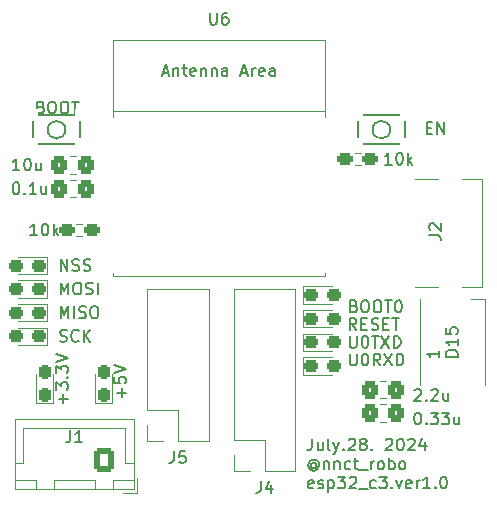
<source format=gto>
G04 #@! TF.GenerationSoftware,KiCad,Pcbnew,7.0.9*
G04 #@! TF.CreationDate,2024-07-28T13:17:23+09:00*
G04 #@! TF.ProjectId,esp32ble_module,65737033-3262-46c6-955f-6d6f64756c65,rev?*
G04 #@! TF.SameCoordinates,Original*
G04 #@! TF.FileFunction,Legend,Top*
G04 #@! TF.FilePolarity,Positive*
%FSLAX46Y46*%
G04 Gerber Fmt 4.6, Leading zero omitted, Abs format (unit mm)*
G04 Created by KiCad (PCBNEW 7.0.9) date 2024-07-28 13:17:23*
%MOMM*%
%LPD*%
G01*
G04 APERTURE LIST*
G04 Aperture macros list*
%AMRoundRect*
0 Rectangle with rounded corners*
0 $1 Rounding radius*
0 $2 $3 $4 $5 $6 $7 $8 $9 X,Y pos of 4 corners*
0 Add a 4 corners polygon primitive as box body*
4,1,4,$2,$3,$4,$5,$6,$7,$8,$9,$2,$3,0*
0 Add four circle primitives for the rounded corners*
1,1,$1+$1,$2,$3*
1,1,$1+$1,$4,$5*
1,1,$1+$1,$6,$7*
1,1,$1+$1,$8,$9*
0 Add four rect primitives between the rounded corners*
20,1,$1+$1,$2,$3,$4,$5,0*
20,1,$1+$1,$4,$5,$6,$7,0*
20,1,$1+$1,$6,$7,$8,$9,0*
20,1,$1+$1,$8,$9,$2,$3,0*%
G04 Aperture macros list end*
%ADD10C,0.153000*%
%ADD11C,0.150000*%
%ADD12C,0.120000*%
%ADD13RoundRect,0.237500X0.400000X0.237500X-0.400000X0.237500X-0.400000X-0.237500X0.400000X-0.237500X0*%
%ADD14RoundRect,0.237500X0.387500X0.237500X-0.387500X0.237500X-0.387500X-0.237500X0.387500X-0.237500X0*%
%ADD15R,0.900000X1.500000*%
%ADD16R,1.700000X1.700000*%
%ADD17O,1.700000X1.700000*%
%ADD18R,1.500000X1.000000*%
%ADD19RoundRect,0.237500X0.237500X-0.387500X0.237500X0.387500X-0.237500X0.387500X-0.237500X-0.387500X0*%
%ADD20RoundRect,0.292875X-0.394625X-0.432125X0.394625X-0.432125X0.394625X0.432125X-0.394625X0.432125X0*%
%ADD21RoundRect,0.237500X-0.387500X-0.237500X0.387500X-0.237500X0.387500X0.237500X-0.387500X0.237500X0*%
%ADD22C,0.650000*%
%ADD23R,1.240000X0.600000*%
%ADD24R,1.240000X0.300000*%
%ADD25O,2.100000X1.000000*%
%ADD26O,1.800000X1.000000*%
%ADD27RoundRect,0.250000X0.600000X0.725000X-0.600000X0.725000X-0.600000X-0.725000X0.600000X-0.725000X0*%
%ADD28O,1.700000X1.950000*%
%ADD29R,0.700000X0.700000*%
%ADD30R,1.500000X0.900000*%
%ADD31RoundRect,0.237500X-0.400000X-0.237500X0.400000X-0.237500X0.400000X0.237500X-0.400000X0.237500X0*%
G04 APERTURE END LIST*
D10*
X151124466Y-68149663D02*
X151124466Y-68863948D01*
X151124466Y-68863948D02*
X151076847Y-69006805D01*
X151076847Y-69006805D02*
X150981609Y-69102044D01*
X150981609Y-69102044D02*
X150838752Y-69149663D01*
X150838752Y-69149663D02*
X150743514Y-69149663D01*
X152029228Y-68482996D02*
X152029228Y-69149663D01*
X151600657Y-68482996D02*
X151600657Y-69006805D01*
X151600657Y-69006805D02*
X151648276Y-69102044D01*
X151648276Y-69102044D02*
X151743514Y-69149663D01*
X151743514Y-69149663D02*
X151886371Y-69149663D01*
X151886371Y-69149663D02*
X151981609Y-69102044D01*
X151981609Y-69102044D02*
X152029228Y-69054424D01*
X152648276Y-69149663D02*
X152553038Y-69102044D01*
X152553038Y-69102044D02*
X152505419Y-69006805D01*
X152505419Y-69006805D02*
X152505419Y-68149663D01*
X152933991Y-68482996D02*
X153172086Y-69149663D01*
X153410181Y-68482996D02*
X153172086Y-69149663D01*
X153172086Y-69149663D02*
X153076848Y-69387758D01*
X153076848Y-69387758D02*
X153029229Y-69435377D01*
X153029229Y-69435377D02*
X152933991Y-69482996D01*
X153791134Y-69054424D02*
X153838753Y-69102044D01*
X153838753Y-69102044D02*
X153791134Y-69149663D01*
X153791134Y-69149663D02*
X153743515Y-69102044D01*
X153743515Y-69102044D02*
X153791134Y-69054424D01*
X153791134Y-69054424D02*
X153791134Y-69149663D01*
X154219705Y-68244901D02*
X154267324Y-68197282D01*
X154267324Y-68197282D02*
X154362562Y-68149663D01*
X154362562Y-68149663D02*
X154600657Y-68149663D01*
X154600657Y-68149663D02*
X154695895Y-68197282D01*
X154695895Y-68197282D02*
X154743514Y-68244901D01*
X154743514Y-68244901D02*
X154791133Y-68340139D01*
X154791133Y-68340139D02*
X154791133Y-68435377D01*
X154791133Y-68435377D02*
X154743514Y-68578234D01*
X154743514Y-68578234D02*
X154172086Y-69149663D01*
X154172086Y-69149663D02*
X154791133Y-69149663D01*
X155362562Y-68578234D02*
X155267324Y-68530615D01*
X155267324Y-68530615D02*
X155219705Y-68482996D01*
X155219705Y-68482996D02*
X155172086Y-68387758D01*
X155172086Y-68387758D02*
X155172086Y-68340139D01*
X155172086Y-68340139D02*
X155219705Y-68244901D01*
X155219705Y-68244901D02*
X155267324Y-68197282D01*
X155267324Y-68197282D02*
X155362562Y-68149663D01*
X155362562Y-68149663D02*
X155553038Y-68149663D01*
X155553038Y-68149663D02*
X155648276Y-68197282D01*
X155648276Y-68197282D02*
X155695895Y-68244901D01*
X155695895Y-68244901D02*
X155743514Y-68340139D01*
X155743514Y-68340139D02*
X155743514Y-68387758D01*
X155743514Y-68387758D02*
X155695895Y-68482996D01*
X155695895Y-68482996D02*
X155648276Y-68530615D01*
X155648276Y-68530615D02*
X155553038Y-68578234D01*
X155553038Y-68578234D02*
X155362562Y-68578234D01*
X155362562Y-68578234D02*
X155267324Y-68625853D01*
X155267324Y-68625853D02*
X155219705Y-68673472D01*
X155219705Y-68673472D02*
X155172086Y-68768710D01*
X155172086Y-68768710D02*
X155172086Y-68959186D01*
X155172086Y-68959186D02*
X155219705Y-69054424D01*
X155219705Y-69054424D02*
X155267324Y-69102044D01*
X155267324Y-69102044D02*
X155362562Y-69149663D01*
X155362562Y-69149663D02*
X155553038Y-69149663D01*
X155553038Y-69149663D02*
X155648276Y-69102044D01*
X155648276Y-69102044D02*
X155695895Y-69054424D01*
X155695895Y-69054424D02*
X155743514Y-68959186D01*
X155743514Y-68959186D02*
X155743514Y-68768710D01*
X155743514Y-68768710D02*
X155695895Y-68673472D01*
X155695895Y-68673472D02*
X155648276Y-68625853D01*
X155648276Y-68625853D02*
X155553038Y-68578234D01*
X156172086Y-69054424D02*
X156219705Y-69102044D01*
X156219705Y-69102044D02*
X156172086Y-69149663D01*
X156172086Y-69149663D02*
X156124467Y-69102044D01*
X156124467Y-69102044D02*
X156172086Y-69054424D01*
X156172086Y-69054424D02*
X156172086Y-69149663D01*
X157362562Y-68244901D02*
X157410181Y-68197282D01*
X157410181Y-68197282D02*
X157505419Y-68149663D01*
X157505419Y-68149663D02*
X157743514Y-68149663D01*
X157743514Y-68149663D02*
X157838752Y-68197282D01*
X157838752Y-68197282D02*
X157886371Y-68244901D01*
X157886371Y-68244901D02*
X157933990Y-68340139D01*
X157933990Y-68340139D02*
X157933990Y-68435377D01*
X157933990Y-68435377D02*
X157886371Y-68578234D01*
X157886371Y-68578234D02*
X157314943Y-69149663D01*
X157314943Y-69149663D02*
X157933990Y-69149663D01*
X158553038Y-68149663D02*
X158648276Y-68149663D01*
X158648276Y-68149663D02*
X158743514Y-68197282D01*
X158743514Y-68197282D02*
X158791133Y-68244901D01*
X158791133Y-68244901D02*
X158838752Y-68340139D01*
X158838752Y-68340139D02*
X158886371Y-68530615D01*
X158886371Y-68530615D02*
X158886371Y-68768710D01*
X158886371Y-68768710D02*
X158838752Y-68959186D01*
X158838752Y-68959186D02*
X158791133Y-69054424D01*
X158791133Y-69054424D02*
X158743514Y-69102044D01*
X158743514Y-69102044D02*
X158648276Y-69149663D01*
X158648276Y-69149663D02*
X158553038Y-69149663D01*
X158553038Y-69149663D02*
X158457800Y-69102044D01*
X158457800Y-69102044D02*
X158410181Y-69054424D01*
X158410181Y-69054424D02*
X158362562Y-68959186D01*
X158362562Y-68959186D02*
X158314943Y-68768710D01*
X158314943Y-68768710D02*
X158314943Y-68530615D01*
X158314943Y-68530615D02*
X158362562Y-68340139D01*
X158362562Y-68340139D02*
X158410181Y-68244901D01*
X158410181Y-68244901D02*
X158457800Y-68197282D01*
X158457800Y-68197282D02*
X158553038Y-68149663D01*
X159267324Y-68244901D02*
X159314943Y-68197282D01*
X159314943Y-68197282D02*
X159410181Y-68149663D01*
X159410181Y-68149663D02*
X159648276Y-68149663D01*
X159648276Y-68149663D02*
X159743514Y-68197282D01*
X159743514Y-68197282D02*
X159791133Y-68244901D01*
X159791133Y-68244901D02*
X159838752Y-68340139D01*
X159838752Y-68340139D02*
X159838752Y-68435377D01*
X159838752Y-68435377D02*
X159791133Y-68578234D01*
X159791133Y-68578234D02*
X159219705Y-69149663D01*
X159219705Y-69149663D02*
X159838752Y-69149663D01*
X160695895Y-68482996D02*
X160695895Y-69149663D01*
X160457800Y-68102044D02*
X160219705Y-68816329D01*
X160219705Y-68816329D02*
X160838752Y-68816329D01*
X151457799Y-70283472D02*
X151410180Y-70235853D01*
X151410180Y-70235853D02*
X151314942Y-70188234D01*
X151314942Y-70188234D02*
X151219704Y-70188234D01*
X151219704Y-70188234D02*
X151124466Y-70235853D01*
X151124466Y-70235853D02*
X151076847Y-70283472D01*
X151076847Y-70283472D02*
X151029228Y-70378710D01*
X151029228Y-70378710D02*
X151029228Y-70473948D01*
X151029228Y-70473948D02*
X151076847Y-70569186D01*
X151076847Y-70569186D02*
X151124466Y-70616805D01*
X151124466Y-70616805D02*
X151219704Y-70664424D01*
X151219704Y-70664424D02*
X151314942Y-70664424D01*
X151314942Y-70664424D02*
X151410180Y-70616805D01*
X151410180Y-70616805D02*
X151457799Y-70569186D01*
X151457799Y-70188234D02*
X151457799Y-70569186D01*
X151457799Y-70569186D02*
X151505418Y-70616805D01*
X151505418Y-70616805D02*
X151553037Y-70616805D01*
X151553037Y-70616805D02*
X151648276Y-70569186D01*
X151648276Y-70569186D02*
X151695895Y-70473948D01*
X151695895Y-70473948D02*
X151695895Y-70235853D01*
X151695895Y-70235853D02*
X151600657Y-70092996D01*
X151600657Y-70092996D02*
X151457799Y-69997758D01*
X151457799Y-69997758D02*
X151267323Y-69950139D01*
X151267323Y-69950139D02*
X151076847Y-69997758D01*
X151076847Y-69997758D02*
X150933990Y-70092996D01*
X150933990Y-70092996D02*
X150838752Y-70235853D01*
X150838752Y-70235853D02*
X150791133Y-70426329D01*
X150791133Y-70426329D02*
X150838752Y-70616805D01*
X150838752Y-70616805D02*
X150933990Y-70759663D01*
X150933990Y-70759663D02*
X151076847Y-70854901D01*
X151076847Y-70854901D02*
X151267323Y-70902520D01*
X151267323Y-70902520D02*
X151457799Y-70854901D01*
X151457799Y-70854901D02*
X151600657Y-70759663D01*
X152124466Y-70092996D02*
X152124466Y-70759663D01*
X152124466Y-70188234D02*
X152172085Y-70140615D01*
X152172085Y-70140615D02*
X152267323Y-70092996D01*
X152267323Y-70092996D02*
X152410180Y-70092996D01*
X152410180Y-70092996D02*
X152505418Y-70140615D01*
X152505418Y-70140615D02*
X152553037Y-70235853D01*
X152553037Y-70235853D02*
X152553037Y-70759663D01*
X153029228Y-70092996D02*
X153029228Y-70759663D01*
X153029228Y-70188234D02*
X153076847Y-70140615D01*
X153076847Y-70140615D02*
X153172085Y-70092996D01*
X153172085Y-70092996D02*
X153314942Y-70092996D01*
X153314942Y-70092996D02*
X153410180Y-70140615D01*
X153410180Y-70140615D02*
X153457799Y-70235853D01*
X153457799Y-70235853D02*
X153457799Y-70759663D01*
X154362561Y-70712044D02*
X154267323Y-70759663D01*
X154267323Y-70759663D02*
X154076847Y-70759663D01*
X154076847Y-70759663D02*
X153981609Y-70712044D01*
X153981609Y-70712044D02*
X153933990Y-70664424D01*
X153933990Y-70664424D02*
X153886371Y-70569186D01*
X153886371Y-70569186D02*
X153886371Y-70283472D01*
X153886371Y-70283472D02*
X153933990Y-70188234D01*
X153933990Y-70188234D02*
X153981609Y-70140615D01*
X153981609Y-70140615D02*
X154076847Y-70092996D01*
X154076847Y-70092996D02*
X154267323Y-70092996D01*
X154267323Y-70092996D02*
X154362561Y-70140615D01*
X154648276Y-70092996D02*
X155029228Y-70092996D01*
X154791133Y-69759663D02*
X154791133Y-70616805D01*
X154791133Y-70616805D02*
X154838752Y-70712044D01*
X154838752Y-70712044D02*
X154933990Y-70759663D01*
X154933990Y-70759663D02*
X155029228Y-70759663D01*
X155124467Y-70854901D02*
X155886371Y-70854901D01*
X156124467Y-70759663D02*
X156124467Y-70092996D01*
X156124467Y-70283472D02*
X156172086Y-70188234D01*
X156172086Y-70188234D02*
X156219705Y-70140615D01*
X156219705Y-70140615D02*
X156314943Y-70092996D01*
X156314943Y-70092996D02*
X156410181Y-70092996D01*
X156886372Y-70759663D02*
X156791134Y-70712044D01*
X156791134Y-70712044D02*
X156743515Y-70664424D01*
X156743515Y-70664424D02*
X156695896Y-70569186D01*
X156695896Y-70569186D02*
X156695896Y-70283472D01*
X156695896Y-70283472D02*
X156743515Y-70188234D01*
X156743515Y-70188234D02*
X156791134Y-70140615D01*
X156791134Y-70140615D02*
X156886372Y-70092996D01*
X156886372Y-70092996D02*
X157029229Y-70092996D01*
X157029229Y-70092996D02*
X157124467Y-70140615D01*
X157124467Y-70140615D02*
X157172086Y-70188234D01*
X157172086Y-70188234D02*
X157219705Y-70283472D01*
X157219705Y-70283472D02*
X157219705Y-70569186D01*
X157219705Y-70569186D02*
X157172086Y-70664424D01*
X157172086Y-70664424D02*
X157124467Y-70712044D01*
X157124467Y-70712044D02*
X157029229Y-70759663D01*
X157029229Y-70759663D02*
X156886372Y-70759663D01*
X157648277Y-70759663D02*
X157648277Y-69759663D01*
X157648277Y-70140615D02*
X157743515Y-70092996D01*
X157743515Y-70092996D02*
X157933991Y-70092996D01*
X157933991Y-70092996D02*
X158029229Y-70140615D01*
X158029229Y-70140615D02*
X158076848Y-70188234D01*
X158076848Y-70188234D02*
X158124467Y-70283472D01*
X158124467Y-70283472D02*
X158124467Y-70569186D01*
X158124467Y-70569186D02*
X158076848Y-70664424D01*
X158076848Y-70664424D02*
X158029229Y-70712044D01*
X158029229Y-70712044D02*
X157933991Y-70759663D01*
X157933991Y-70759663D02*
X157743515Y-70759663D01*
X157743515Y-70759663D02*
X157648277Y-70712044D01*
X158695896Y-70759663D02*
X158600658Y-70712044D01*
X158600658Y-70712044D02*
X158553039Y-70664424D01*
X158553039Y-70664424D02*
X158505420Y-70569186D01*
X158505420Y-70569186D02*
X158505420Y-70283472D01*
X158505420Y-70283472D02*
X158553039Y-70188234D01*
X158553039Y-70188234D02*
X158600658Y-70140615D01*
X158600658Y-70140615D02*
X158695896Y-70092996D01*
X158695896Y-70092996D02*
X158838753Y-70092996D01*
X158838753Y-70092996D02*
X158933991Y-70140615D01*
X158933991Y-70140615D02*
X158981610Y-70188234D01*
X158981610Y-70188234D02*
X159029229Y-70283472D01*
X159029229Y-70283472D02*
X159029229Y-70569186D01*
X159029229Y-70569186D02*
X158981610Y-70664424D01*
X158981610Y-70664424D02*
X158933991Y-70712044D01*
X158933991Y-70712044D02*
X158838753Y-70759663D01*
X158838753Y-70759663D02*
X158695896Y-70759663D01*
X151219704Y-72322044D02*
X151124466Y-72369663D01*
X151124466Y-72369663D02*
X150933990Y-72369663D01*
X150933990Y-72369663D02*
X150838752Y-72322044D01*
X150838752Y-72322044D02*
X150791133Y-72226805D01*
X150791133Y-72226805D02*
X150791133Y-71845853D01*
X150791133Y-71845853D02*
X150838752Y-71750615D01*
X150838752Y-71750615D02*
X150933990Y-71702996D01*
X150933990Y-71702996D02*
X151124466Y-71702996D01*
X151124466Y-71702996D02*
X151219704Y-71750615D01*
X151219704Y-71750615D02*
X151267323Y-71845853D01*
X151267323Y-71845853D02*
X151267323Y-71941091D01*
X151267323Y-71941091D02*
X150791133Y-72036329D01*
X151648276Y-72322044D02*
X151743514Y-72369663D01*
X151743514Y-72369663D02*
X151933990Y-72369663D01*
X151933990Y-72369663D02*
X152029228Y-72322044D01*
X152029228Y-72322044D02*
X152076847Y-72226805D01*
X152076847Y-72226805D02*
X152076847Y-72179186D01*
X152076847Y-72179186D02*
X152029228Y-72083948D01*
X152029228Y-72083948D02*
X151933990Y-72036329D01*
X151933990Y-72036329D02*
X151791133Y-72036329D01*
X151791133Y-72036329D02*
X151695895Y-71988710D01*
X151695895Y-71988710D02*
X151648276Y-71893472D01*
X151648276Y-71893472D02*
X151648276Y-71845853D01*
X151648276Y-71845853D02*
X151695895Y-71750615D01*
X151695895Y-71750615D02*
X151791133Y-71702996D01*
X151791133Y-71702996D02*
X151933990Y-71702996D01*
X151933990Y-71702996D02*
X152029228Y-71750615D01*
X152505419Y-71702996D02*
X152505419Y-72702996D01*
X152505419Y-71750615D02*
X152600657Y-71702996D01*
X152600657Y-71702996D02*
X152791133Y-71702996D01*
X152791133Y-71702996D02*
X152886371Y-71750615D01*
X152886371Y-71750615D02*
X152933990Y-71798234D01*
X152933990Y-71798234D02*
X152981609Y-71893472D01*
X152981609Y-71893472D02*
X152981609Y-72179186D01*
X152981609Y-72179186D02*
X152933990Y-72274424D01*
X152933990Y-72274424D02*
X152886371Y-72322044D01*
X152886371Y-72322044D02*
X152791133Y-72369663D01*
X152791133Y-72369663D02*
X152600657Y-72369663D01*
X152600657Y-72369663D02*
X152505419Y-72322044D01*
X153314943Y-71369663D02*
X153933990Y-71369663D01*
X153933990Y-71369663D02*
X153600657Y-71750615D01*
X153600657Y-71750615D02*
X153743514Y-71750615D01*
X153743514Y-71750615D02*
X153838752Y-71798234D01*
X153838752Y-71798234D02*
X153886371Y-71845853D01*
X153886371Y-71845853D02*
X153933990Y-71941091D01*
X153933990Y-71941091D02*
X153933990Y-72179186D01*
X153933990Y-72179186D02*
X153886371Y-72274424D01*
X153886371Y-72274424D02*
X153838752Y-72322044D01*
X153838752Y-72322044D02*
X153743514Y-72369663D01*
X153743514Y-72369663D02*
X153457800Y-72369663D01*
X153457800Y-72369663D02*
X153362562Y-72322044D01*
X153362562Y-72322044D02*
X153314943Y-72274424D01*
X154314943Y-71464901D02*
X154362562Y-71417282D01*
X154362562Y-71417282D02*
X154457800Y-71369663D01*
X154457800Y-71369663D02*
X154695895Y-71369663D01*
X154695895Y-71369663D02*
X154791133Y-71417282D01*
X154791133Y-71417282D02*
X154838752Y-71464901D01*
X154838752Y-71464901D02*
X154886371Y-71560139D01*
X154886371Y-71560139D02*
X154886371Y-71655377D01*
X154886371Y-71655377D02*
X154838752Y-71798234D01*
X154838752Y-71798234D02*
X154267324Y-72369663D01*
X154267324Y-72369663D02*
X154886371Y-72369663D01*
X155076848Y-72464901D02*
X155838752Y-72464901D01*
X156505419Y-72322044D02*
X156410181Y-72369663D01*
X156410181Y-72369663D02*
X156219705Y-72369663D01*
X156219705Y-72369663D02*
X156124467Y-72322044D01*
X156124467Y-72322044D02*
X156076848Y-72274424D01*
X156076848Y-72274424D02*
X156029229Y-72179186D01*
X156029229Y-72179186D02*
X156029229Y-71893472D01*
X156029229Y-71893472D02*
X156076848Y-71798234D01*
X156076848Y-71798234D02*
X156124467Y-71750615D01*
X156124467Y-71750615D02*
X156219705Y-71702996D01*
X156219705Y-71702996D02*
X156410181Y-71702996D01*
X156410181Y-71702996D02*
X156505419Y-71750615D01*
X156838753Y-71369663D02*
X157457800Y-71369663D01*
X157457800Y-71369663D02*
X157124467Y-71750615D01*
X157124467Y-71750615D02*
X157267324Y-71750615D01*
X157267324Y-71750615D02*
X157362562Y-71798234D01*
X157362562Y-71798234D02*
X157410181Y-71845853D01*
X157410181Y-71845853D02*
X157457800Y-71941091D01*
X157457800Y-71941091D02*
X157457800Y-72179186D01*
X157457800Y-72179186D02*
X157410181Y-72274424D01*
X157410181Y-72274424D02*
X157362562Y-72322044D01*
X157362562Y-72322044D02*
X157267324Y-72369663D01*
X157267324Y-72369663D02*
X156981610Y-72369663D01*
X156981610Y-72369663D02*
X156886372Y-72322044D01*
X156886372Y-72322044D02*
X156838753Y-72274424D01*
X157886372Y-72274424D02*
X157933991Y-72322044D01*
X157933991Y-72322044D02*
X157886372Y-72369663D01*
X157886372Y-72369663D02*
X157838753Y-72322044D01*
X157838753Y-72322044D02*
X157886372Y-72274424D01*
X157886372Y-72274424D02*
X157886372Y-72369663D01*
X158267324Y-71702996D02*
X158505419Y-72369663D01*
X158505419Y-72369663D02*
X158743514Y-71702996D01*
X159505419Y-72322044D02*
X159410181Y-72369663D01*
X159410181Y-72369663D02*
X159219705Y-72369663D01*
X159219705Y-72369663D02*
X159124467Y-72322044D01*
X159124467Y-72322044D02*
X159076848Y-72226805D01*
X159076848Y-72226805D02*
X159076848Y-71845853D01*
X159076848Y-71845853D02*
X159124467Y-71750615D01*
X159124467Y-71750615D02*
X159219705Y-71702996D01*
X159219705Y-71702996D02*
X159410181Y-71702996D01*
X159410181Y-71702996D02*
X159505419Y-71750615D01*
X159505419Y-71750615D02*
X159553038Y-71845853D01*
X159553038Y-71845853D02*
X159553038Y-71941091D01*
X159553038Y-71941091D02*
X159076848Y-72036329D01*
X159981610Y-72369663D02*
X159981610Y-71702996D01*
X159981610Y-71893472D02*
X160029229Y-71798234D01*
X160029229Y-71798234D02*
X160076848Y-71750615D01*
X160076848Y-71750615D02*
X160172086Y-71702996D01*
X160172086Y-71702996D02*
X160267324Y-71702996D01*
X161124467Y-72369663D02*
X160553039Y-72369663D01*
X160838753Y-72369663D02*
X160838753Y-71369663D01*
X160838753Y-71369663D02*
X160743515Y-71512520D01*
X160743515Y-71512520D02*
X160648277Y-71607758D01*
X160648277Y-71607758D02*
X160553039Y-71655377D01*
X161553039Y-72274424D02*
X161600658Y-72322044D01*
X161600658Y-72322044D02*
X161553039Y-72369663D01*
X161553039Y-72369663D02*
X161505420Y-72322044D01*
X161505420Y-72322044D02*
X161553039Y-72274424D01*
X161553039Y-72274424D02*
X161553039Y-72369663D01*
X162219705Y-71369663D02*
X162314943Y-71369663D01*
X162314943Y-71369663D02*
X162410181Y-71417282D01*
X162410181Y-71417282D02*
X162457800Y-71464901D01*
X162457800Y-71464901D02*
X162505419Y-71560139D01*
X162505419Y-71560139D02*
X162553038Y-71750615D01*
X162553038Y-71750615D02*
X162553038Y-71988710D01*
X162553038Y-71988710D02*
X162505419Y-72179186D01*
X162505419Y-72179186D02*
X162457800Y-72274424D01*
X162457800Y-72274424D02*
X162410181Y-72322044D01*
X162410181Y-72322044D02*
X162314943Y-72369663D01*
X162314943Y-72369663D02*
X162219705Y-72369663D01*
X162219705Y-72369663D02*
X162124467Y-72322044D01*
X162124467Y-72322044D02*
X162076848Y-72274424D01*
X162076848Y-72274424D02*
X162029229Y-72179186D01*
X162029229Y-72179186D02*
X161981610Y-71988710D01*
X161981610Y-71988710D02*
X161981610Y-71750615D01*
X161981610Y-71750615D02*
X162029229Y-71560139D01*
X162029229Y-71560139D02*
X162076848Y-71464901D01*
X162076848Y-71464901D02*
X162124467Y-71417282D01*
X162124467Y-71417282D02*
X162219705Y-71369663D01*
X160838752Y-41845853D02*
X161172085Y-41845853D01*
X161314942Y-42369663D02*
X160838752Y-42369663D01*
X160838752Y-42369663D02*
X160838752Y-41369663D01*
X160838752Y-41369663D02*
X161314942Y-41369663D01*
X161743514Y-42369663D02*
X161743514Y-41369663D01*
X161743514Y-41369663D02*
X162314942Y-42369663D01*
X162314942Y-42369663D02*
X162314942Y-41369663D01*
X128172085Y-40095853D02*
X128314942Y-40143472D01*
X128314942Y-40143472D02*
X128362561Y-40191091D01*
X128362561Y-40191091D02*
X128410180Y-40286329D01*
X128410180Y-40286329D02*
X128410180Y-40429186D01*
X128410180Y-40429186D02*
X128362561Y-40524424D01*
X128362561Y-40524424D02*
X128314942Y-40572044D01*
X128314942Y-40572044D02*
X128219704Y-40619663D01*
X128219704Y-40619663D02*
X127838752Y-40619663D01*
X127838752Y-40619663D02*
X127838752Y-39619663D01*
X127838752Y-39619663D02*
X128172085Y-39619663D01*
X128172085Y-39619663D02*
X128267323Y-39667282D01*
X128267323Y-39667282D02*
X128314942Y-39714901D01*
X128314942Y-39714901D02*
X128362561Y-39810139D01*
X128362561Y-39810139D02*
X128362561Y-39905377D01*
X128362561Y-39905377D02*
X128314942Y-40000615D01*
X128314942Y-40000615D02*
X128267323Y-40048234D01*
X128267323Y-40048234D02*
X128172085Y-40095853D01*
X128172085Y-40095853D02*
X127838752Y-40095853D01*
X129029228Y-39619663D02*
X129219704Y-39619663D01*
X129219704Y-39619663D02*
X129314942Y-39667282D01*
X129314942Y-39667282D02*
X129410180Y-39762520D01*
X129410180Y-39762520D02*
X129457799Y-39952996D01*
X129457799Y-39952996D02*
X129457799Y-40286329D01*
X129457799Y-40286329D02*
X129410180Y-40476805D01*
X129410180Y-40476805D02*
X129314942Y-40572044D01*
X129314942Y-40572044D02*
X129219704Y-40619663D01*
X129219704Y-40619663D02*
X129029228Y-40619663D01*
X129029228Y-40619663D02*
X128933990Y-40572044D01*
X128933990Y-40572044D02*
X128838752Y-40476805D01*
X128838752Y-40476805D02*
X128791133Y-40286329D01*
X128791133Y-40286329D02*
X128791133Y-39952996D01*
X128791133Y-39952996D02*
X128838752Y-39762520D01*
X128838752Y-39762520D02*
X128933990Y-39667282D01*
X128933990Y-39667282D02*
X129029228Y-39619663D01*
X130076847Y-39619663D02*
X130267323Y-39619663D01*
X130267323Y-39619663D02*
X130362561Y-39667282D01*
X130362561Y-39667282D02*
X130457799Y-39762520D01*
X130457799Y-39762520D02*
X130505418Y-39952996D01*
X130505418Y-39952996D02*
X130505418Y-40286329D01*
X130505418Y-40286329D02*
X130457799Y-40476805D01*
X130457799Y-40476805D02*
X130362561Y-40572044D01*
X130362561Y-40572044D02*
X130267323Y-40619663D01*
X130267323Y-40619663D02*
X130076847Y-40619663D01*
X130076847Y-40619663D02*
X129981609Y-40572044D01*
X129981609Y-40572044D02*
X129886371Y-40476805D01*
X129886371Y-40476805D02*
X129838752Y-40286329D01*
X129838752Y-40286329D02*
X129838752Y-39952996D01*
X129838752Y-39952996D02*
X129886371Y-39762520D01*
X129886371Y-39762520D02*
X129981609Y-39667282D01*
X129981609Y-39667282D02*
X130076847Y-39619663D01*
X130791133Y-39619663D02*
X131362561Y-39619663D01*
X131076847Y-40619663D02*
X131076847Y-39619663D01*
X127862561Y-50954663D02*
X127291133Y-50954663D01*
X127576847Y-50954663D02*
X127576847Y-49954663D01*
X127576847Y-49954663D02*
X127481609Y-50097520D01*
X127481609Y-50097520D02*
X127386371Y-50192758D01*
X127386371Y-50192758D02*
X127291133Y-50240377D01*
X128481609Y-49954663D02*
X128576847Y-49954663D01*
X128576847Y-49954663D02*
X128672085Y-50002282D01*
X128672085Y-50002282D02*
X128719704Y-50049901D01*
X128719704Y-50049901D02*
X128767323Y-50145139D01*
X128767323Y-50145139D02*
X128814942Y-50335615D01*
X128814942Y-50335615D02*
X128814942Y-50573710D01*
X128814942Y-50573710D02*
X128767323Y-50764186D01*
X128767323Y-50764186D02*
X128719704Y-50859424D01*
X128719704Y-50859424D02*
X128672085Y-50907044D01*
X128672085Y-50907044D02*
X128576847Y-50954663D01*
X128576847Y-50954663D02*
X128481609Y-50954663D01*
X128481609Y-50954663D02*
X128386371Y-50907044D01*
X128386371Y-50907044D02*
X128338752Y-50859424D01*
X128338752Y-50859424D02*
X128291133Y-50764186D01*
X128291133Y-50764186D02*
X128243514Y-50573710D01*
X128243514Y-50573710D02*
X128243514Y-50335615D01*
X128243514Y-50335615D02*
X128291133Y-50145139D01*
X128291133Y-50145139D02*
X128338752Y-50049901D01*
X128338752Y-50049901D02*
X128386371Y-50002282D01*
X128386371Y-50002282D02*
X128481609Y-49954663D01*
X129243514Y-50954663D02*
X129243514Y-49954663D01*
X129338752Y-50573710D02*
X129624466Y-50954663D01*
X129624466Y-50287996D02*
X129243514Y-50668948D01*
X129791133Y-59907044D02*
X129933990Y-59954663D01*
X129933990Y-59954663D02*
X130172085Y-59954663D01*
X130172085Y-59954663D02*
X130267323Y-59907044D01*
X130267323Y-59907044D02*
X130314942Y-59859424D01*
X130314942Y-59859424D02*
X130362561Y-59764186D01*
X130362561Y-59764186D02*
X130362561Y-59668948D01*
X130362561Y-59668948D02*
X130314942Y-59573710D01*
X130314942Y-59573710D02*
X130267323Y-59526091D01*
X130267323Y-59526091D02*
X130172085Y-59478472D01*
X130172085Y-59478472D02*
X129981609Y-59430853D01*
X129981609Y-59430853D02*
X129886371Y-59383234D01*
X129886371Y-59383234D02*
X129838752Y-59335615D01*
X129838752Y-59335615D02*
X129791133Y-59240377D01*
X129791133Y-59240377D02*
X129791133Y-59145139D01*
X129791133Y-59145139D02*
X129838752Y-59049901D01*
X129838752Y-59049901D02*
X129886371Y-59002282D01*
X129886371Y-59002282D02*
X129981609Y-58954663D01*
X129981609Y-58954663D02*
X130219704Y-58954663D01*
X130219704Y-58954663D02*
X130362561Y-59002282D01*
X131362561Y-59859424D02*
X131314942Y-59907044D01*
X131314942Y-59907044D02*
X131172085Y-59954663D01*
X131172085Y-59954663D02*
X131076847Y-59954663D01*
X131076847Y-59954663D02*
X130933990Y-59907044D01*
X130933990Y-59907044D02*
X130838752Y-59811805D01*
X130838752Y-59811805D02*
X130791133Y-59716567D01*
X130791133Y-59716567D02*
X130743514Y-59526091D01*
X130743514Y-59526091D02*
X130743514Y-59383234D01*
X130743514Y-59383234D02*
X130791133Y-59192758D01*
X130791133Y-59192758D02*
X130838752Y-59097520D01*
X130838752Y-59097520D02*
X130933990Y-59002282D01*
X130933990Y-59002282D02*
X131076847Y-58954663D01*
X131076847Y-58954663D02*
X131172085Y-58954663D01*
X131172085Y-58954663D02*
X131314942Y-59002282D01*
X131314942Y-59002282D02*
X131362561Y-59049901D01*
X131791133Y-59954663D02*
X131791133Y-58954663D01*
X132362561Y-59954663D02*
X131933990Y-59383234D01*
X132362561Y-58954663D02*
X131791133Y-59526091D01*
X163454663Y-61214285D02*
X162454663Y-61214285D01*
X162454663Y-61214285D02*
X162454663Y-60976190D01*
X162454663Y-60976190D02*
X162502282Y-60833333D01*
X162502282Y-60833333D02*
X162597520Y-60738095D01*
X162597520Y-60738095D02*
X162692758Y-60690476D01*
X162692758Y-60690476D02*
X162883234Y-60642857D01*
X162883234Y-60642857D02*
X163026091Y-60642857D01*
X163026091Y-60642857D02*
X163216567Y-60690476D01*
X163216567Y-60690476D02*
X163311805Y-60738095D01*
X163311805Y-60738095D02*
X163407044Y-60833333D01*
X163407044Y-60833333D02*
X163454663Y-60976190D01*
X163454663Y-60976190D02*
X163454663Y-61214285D01*
X163454663Y-59690476D02*
X163454663Y-60261904D01*
X163454663Y-59976190D02*
X162454663Y-59976190D01*
X162454663Y-59976190D02*
X162597520Y-60071428D01*
X162597520Y-60071428D02*
X162692758Y-60166666D01*
X162692758Y-60166666D02*
X162740377Y-60261904D01*
X162454663Y-58785714D02*
X162454663Y-59261904D01*
X162454663Y-59261904D02*
X162930853Y-59309523D01*
X162930853Y-59309523D02*
X162883234Y-59261904D01*
X162883234Y-59261904D02*
X162835615Y-59166666D01*
X162835615Y-59166666D02*
X162835615Y-58928571D01*
X162835615Y-58928571D02*
X162883234Y-58833333D01*
X162883234Y-58833333D02*
X162930853Y-58785714D01*
X162930853Y-58785714D02*
X163026091Y-58738095D01*
X163026091Y-58738095D02*
X163264186Y-58738095D01*
X163264186Y-58738095D02*
X163359424Y-58785714D01*
X163359424Y-58785714D02*
X163407044Y-58833333D01*
X163407044Y-58833333D02*
X163454663Y-58928571D01*
X163454663Y-58928571D02*
X163454663Y-59166666D01*
X163454663Y-59166666D02*
X163407044Y-59261904D01*
X163407044Y-59261904D02*
X163359424Y-59309523D01*
X161854663Y-60714285D02*
X161854663Y-61285713D01*
X161854663Y-60999999D02*
X160854663Y-60999999D01*
X160854663Y-60999999D02*
X160997520Y-61095237D01*
X160997520Y-61095237D02*
X161092758Y-61190475D01*
X161092758Y-61190475D02*
X161140377Y-61285713D01*
X146784666Y-71764663D02*
X146784666Y-72478948D01*
X146784666Y-72478948D02*
X146737047Y-72621805D01*
X146737047Y-72621805D02*
X146641809Y-72717044D01*
X146641809Y-72717044D02*
X146498952Y-72764663D01*
X146498952Y-72764663D02*
X146403714Y-72764663D01*
X147689428Y-72097996D02*
X147689428Y-72764663D01*
X147451333Y-71717044D02*
X147213238Y-72431329D01*
X147213238Y-72431329D02*
X147832285Y-72431329D01*
X129838752Y-53954663D02*
X129838752Y-52954663D01*
X129838752Y-52954663D02*
X130410180Y-53954663D01*
X130410180Y-53954663D02*
X130410180Y-52954663D01*
X130838752Y-53907044D02*
X130981609Y-53954663D01*
X130981609Y-53954663D02*
X131219704Y-53954663D01*
X131219704Y-53954663D02*
X131314942Y-53907044D01*
X131314942Y-53907044D02*
X131362561Y-53859424D01*
X131362561Y-53859424D02*
X131410180Y-53764186D01*
X131410180Y-53764186D02*
X131410180Y-53668948D01*
X131410180Y-53668948D02*
X131362561Y-53573710D01*
X131362561Y-53573710D02*
X131314942Y-53526091D01*
X131314942Y-53526091D02*
X131219704Y-53478472D01*
X131219704Y-53478472D02*
X131029228Y-53430853D01*
X131029228Y-53430853D02*
X130933990Y-53383234D01*
X130933990Y-53383234D02*
X130886371Y-53335615D01*
X130886371Y-53335615D02*
X130838752Y-53240377D01*
X130838752Y-53240377D02*
X130838752Y-53145139D01*
X130838752Y-53145139D02*
X130886371Y-53049901D01*
X130886371Y-53049901D02*
X130933990Y-53002282D01*
X130933990Y-53002282D02*
X131029228Y-52954663D01*
X131029228Y-52954663D02*
X131267323Y-52954663D01*
X131267323Y-52954663D02*
X131410180Y-53002282D01*
X131791133Y-53907044D02*
X131933990Y-53954663D01*
X131933990Y-53954663D02*
X132172085Y-53954663D01*
X132172085Y-53954663D02*
X132267323Y-53907044D01*
X132267323Y-53907044D02*
X132314942Y-53859424D01*
X132314942Y-53859424D02*
X132362561Y-53764186D01*
X132362561Y-53764186D02*
X132362561Y-53668948D01*
X132362561Y-53668948D02*
X132314942Y-53573710D01*
X132314942Y-53573710D02*
X132267323Y-53526091D01*
X132267323Y-53526091D02*
X132172085Y-53478472D01*
X132172085Y-53478472D02*
X131981609Y-53430853D01*
X131981609Y-53430853D02*
X131886371Y-53383234D01*
X131886371Y-53383234D02*
X131838752Y-53335615D01*
X131838752Y-53335615D02*
X131791133Y-53240377D01*
X131791133Y-53240377D02*
X131791133Y-53145139D01*
X131791133Y-53145139D02*
X131838752Y-53049901D01*
X131838752Y-53049901D02*
X131886371Y-53002282D01*
X131886371Y-53002282D02*
X131981609Y-52954663D01*
X131981609Y-52954663D02*
X132219704Y-52954663D01*
X132219704Y-52954663D02*
X132362561Y-53002282D01*
X129838752Y-57954663D02*
X129838752Y-56954663D01*
X129838752Y-56954663D02*
X130172085Y-57668948D01*
X130172085Y-57668948D02*
X130505418Y-56954663D01*
X130505418Y-56954663D02*
X130505418Y-57954663D01*
X130981609Y-57954663D02*
X130981609Y-56954663D01*
X131410180Y-57907044D02*
X131553037Y-57954663D01*
X131553037Y-57954663D02*
X131791132Y-57954663D01*
X131791132Y-57954663D02*
X131886370Y-57907044D01*
X131886370Y-57907044D02*
X131933989Y-57859424D01*
X131933989Y-57859424D02*
X131981608Y-57764186D01*
X131981608Y-57764186D02*
X131981608Y-57668948D01*
X131981608Y-57668948D02*
X131933989Y-57573710D01*
X131933989Y-57573710D02*
X131886370Y-57526091D01*
X131886370Y-57526091D02*
X131791132Y-57478472D01*
X131791132Y-57478472D02*
X131600656Y-57430853D01*
X131600656Y-57430853D02*
X131505418Y-57383234D01*
X131505418Y-57383234D02*
X131457799Y-57335615D01*
X131457799Y-57335615D02*
X131410180Y-57240377D01*
X131410180Y-57240377D02*
X131410180Y-57145139D01*
X131410180Y-57145139D02*
X131457799Y-57049901D01*
X131457799Y-57049901D02*
X131505418Y-57002282D01*
X131505418Y-57002282D02*
X131600656Y-56954663D01*
X131600656Y-56954663D02*
X131838751Y-56954663D01*
X131838751Y-56954663D02*
X131981608Y-57002282D01*
X132600656Y-56954663D02*
X132791132Y-56954663D01*
X132791132Y-56954663D02*
X132886370Y-57002282D01*
X132886370Y-57002282D02*
X132981608Y-57097520D01*
X132981608Y-57097520D02*
X133029227Y-57287996D01*
X133029227Y-57287996D02*
X133029227Y-57621329D01*
X133029227Y-57621329D02*
X132981608Y-57811805D01*
X132981608Y-57811805D02*
X132886370Y-57907044D01*
X132886370Y-57907044D02*
X132791132Y-57954663D01*
X132791132Y-57954663D02*
X132600656Y-57954663D01*
X132600656Y-57954663D02*
X132505418Y-57907044D01*
X132505418Y-57907044D02*
X132410180Y-57811805D01*
X132410180Y-57811805D02*
X132362561Y-57621329D01*
X132362561Y-57621329D02*
X132362561Y-57287996D01*
X132362561Y-57287996D02*
X132410180Y-57097520D01*
X132410180Y-57097520D02*
X132505418Y-57002282D01*
X132505418Y-57002282D02*
X132600656Y-56954663D01*
X135003710Y-64661247D02*
X135003710Y-63899343D01*
X135384663Y-64280295D02*
X134622758Y-64280295D01*
X134384663Y-62946962D02*
X134384663Y-63423152D01*
X134384663Y-63423152D02*
X134860853Y-63470771D01*
X134860853Y-63470771D02*
X134813234Y-63423152D01*
X134813234Y-63423152D02*
X134765615Y-63327914D01*
X134765615Y-63327914D02*
X134765615Y-63089819D01*
X134765615Y-63089819D02*
X134813234Y-62994581D01*
X134813234Y-62994581D02*
X134860853Y-62946962D01*
X134860853Y-62946962D02*
X134956091Y-62899343D01*
X134956091Y-62899343D02*
X135194186Y-62899343D01*
X135194186Y-62899343D02*
X135289424Y-62946962D01*
X135289424Y-62946962D02*
X135337044Y-62994581D01*
X135337044Y-62994581D02*
X135384663Y-63089819D01*
X135384663Y-63089819D02*
X135384663Y-63327914D01*
X135384663Y-63327914D02*
X135337044Y-63423152D01*
X135337044Y-63423152D02*
X135289424Y-63470771D01*
X134384663Y-62613628D02*
X135384663Y-62280295D01*
X135384663Y-62280295D02*
X134384663Y-61946962D01*
X139436666Y-69224663D02*
X139436666Y-69938948D01*
X139436666Y-69938948D02*
X139389047Y-70081805D01*
X139389047Y-70081805D02*
X139293809Y-70177044D01*
X139293809Y-70177044D02*
X139150952Y-70224663D01*
X139150952Y-70224663D02*
X139055714Y-70224663D01*
X140389047Y-69224663D02*
X139912857Y-69224663D01*
X139912857Y-69224663D02*
X139865238Y-69700853D01*
X139865238Y-69700853D02*
X139912857Y-69653234D01*
X139912857Y-69653234D02*
X140008095Y-69605615D01*
X140008095Y-69605615D02*
X140246190Y-69605615D01*
X140246190Y-69605615D02*
X140341428Y-69653234D01*
X140341428Y-69653234D02*
X140389047Y-69700853D01*
X140389047Y-69700853D02*
X140436666Y-69796091D01*
X140436666Y-69796091D02*
X140436666Y-70034186D01*
X140436666Y-70034186D02*
X140389047Y-70129424D01*
X140389047Y-70129424D02*
X140341428Y-70177044D01*
X140341428Y-70177044D02*
X140246190Y-70224663D01*
X140246190Y-70224663D02*
X140008095Y-70224663D01*
X140008095Y-70224663D02*
X139912857Y-70177044D01*
X139912857Y-70177044D02*
X139865238Y-70129424D01*
X159791133Y-64049901D02*
X159838752Y-64002282D01*
X159838752Y-64002282D02*
X159933990Y-63954663D01*
X159933990Y-63954663D02*
X160172085Y-63954663D01*
X160172085Y-63954663D02*
X160267323Y-64002282D01*
X160267323Y-64002282D02*
X160314942Y-64049901D01*
X160314942Y-64049901D02*
X160362561Y-64145139D01*
X160362561Y-64145139D02*
X160362561Y-64240377D01*
X160362561Y-64240377D02*
X160314942Y-64383234D01*
X160314942Y-64383234D02*
X159743514Y-64954663D01*
X159743514Y-64954663D02*
X160362561Y-64954663D01*
X160791133Y-64859424D02*
X160838752Y-64907044D01*
X160838752Y-64907044D02*
X160791133Y-64954663D01*
X160791133Y-64954663D02*
X160743514Y-64907044D01*
X160743514Y-64907044D02*
X160791133Y-64859424D01*
X160791133Y-64859424D02*
X160791133Y-64954663D01*
X161219704Y-64049901D02*
X161267323Y-64002282D01*
X161267323Y-64002282D02*
X161362561Y-63954663D01*
X161362561Y-63954663D02*
X161600656Y-63954663D01*
X161600656Y-63954663D02*
X161695894Y-64002282D01*
X161695894Y-64002282D02*
X161743513Y-64049901D01*
X161743513Y-64049901D02*
X161791132Y-64145139D01*
X161791132Y-64145139D02*
X161791132Y-64240377D01*
X161791132Y-64240377D02*
X161743513Y-64383234D01*
X161743513Y-64383234D02*
X161172085Y-64954663D01*
X161172085Y-64954663D02*
X161791132Y-64954663D01*
X162648275Y-64287996D02*
X162648275Y-64954663D01*
X162219704Y-64287996D02*
X162219704Y-64811805D01*
X162219704Y-64811805D02*
X162267323Y-64907044D01*
X162267323Y-64907044D02*
X162362561Y-64954663D01*
X162362561Y-64954663D02*
X162505418Y-64954663D01*
X162505418Y-64954663D02*
X162600656Y-64907044D01*
X162600656Y-64907044D02*
X162648275Y-64859424D01*
X154672085Y-56930853D02*
X154814942Y-56978472D01*
X154814942Y-56978472D02*
X154862561Y-57026091D01*
X154862561Y-57026091D02*
X154910180Y-57121329D01*
X154910180Y-57121329D02*
X154910180Y-57264186D01*
X154910180Y-57264186D02*
X154862561Y-57359424D01*
X154862561Y-57359424D02*
X154814942Y-57407044D01*
X154814942Y-57407044D02*
X154719704Y-57454663D01*
X154719704Y-57454663D02*
X154338752Y-57454663D01*
X154338752Y-57454663D02*
X154338752Y-56454663D01*
X154338752Y-56454663D02*
X154672085Y-56454663D01*
X154672085Y-56454663D02*
X154767323Y-56502282D01*
X154767323Y-56502282D02*
X154814942Y-56549901D01*
X154814942Y-56549901D02*
X154862561Y-56645139D01*
X154862561Y-56645139D02*
X154862561Y-56740377D01*
X154862561Y-56740377D02*
X154814942Y-56835615D01*
X154814942Y-56835615D02*
X154767323Y-56883234D01*
X154767323Y-56883234D02*
X154672085Y-56930853D01*
X154672085Y-56930853D02*
X154338752Y-56930853D01*
X155529228Y-56454663D02*
X155719704Y-56454663D01*
X155719704Y-56454663D02*
X155814942Y-56502282D01*
X155814942Y-56502282D02*
X155910180Y-56597520D01*
X155910180Y-56597520D02*
X155957799Y-56787996D01*
X155957799Y-56787996D02*
X155957799Y-57121329D01*
X155957799Y-57121329D02*
X155910180Y-57311805D01*
X155910180Y-57311805D02*
X155814942Y-57407044D01*
X155814942Y-57407044D02*
X155719704Y-57454663D01*
X155719704Y-57454663D02*
X155529228Y-57454663D01*
X155529228Y-57454663D02*
X155433990Y-57407044D01*
X155433990Y-57407044D02*
X155338752Y-57311805D01*
X155338752Y-57311805D02*
X155291133Y-57121329D01*
X155291133Y-57121329D02*
X155291133Y-56787996D01*
X155291133Y-56787996D02*
X155338752Y-56597520D01*
X155338752Y-56597520D02*
X155433990Y-56502282D01*
X155433990Y-56502282D02*
X155529228Y-56454663D01*
X156576847Y-56454663D02*
X156767323Y-56454663D01*
X156767323Y-56454663D02*
X156862561Y-56502282D01*
X156862561Y-56502282D02*
X156957799Y-56597520D01*
X156957799Y-56597520D02*
X157005418Y-56787996D01*
X157005418Y-56787996D02*
X157005418Y-57121329D01*
X157005418Y-57121329D02*
X156957799Y-57311805D01*
X156957799Y-57311805D02*
X156862561Y-57407044D01*
X156862561Y-57407044D02*
X156767323Y-57454663D01*
X156767323Y-57454663D02*
X156576847Y-57454663D01*
X156576847Y-57454663D02*
X156481609Y-57407044D01*
X156481609Y-57407044D02*
X156386371Y-57311805D01*
X156386371Y-57311805D02*
X156338752Y-57121329D01*
X156338752Y-57121329D02*
X156338752Y-56787996D01*
X156338752Y-56787996D02*
X156386371Y-56597520D01*
X156386371Y-56597520D02*
X156481609Y-56502282D01*
X156481609Y-56502282D02*
X156576847Y-56454663D01*
X157291133Y-56454663D02*
X157862561Y-56454663D01*
X157576847Y-57454663D02*
X157576847Y-56454663D01*
X158386371Y-56454663D02*
X158481609Y-56454663D01*
X158481609Y-56454663D02*
X158576847Y-56502282D01*
X158576847Y-56502282D02*
X158624466Y-56549901D01*
X158624466Y-56549901D02*
X158672085Y-56645139D01*
X158672085Y-56645139D02*
X158719704Y-56835615D01*
X158719704Y-56835615D02*
X158719704Y-57073710D01*
X158719704Y-57073710D02*
X158672085Y-57264186D01*
X158672085Y-57264186D02*
X158624466Y-57359424D01*
X158624466Y-57359424D02*
X158576847Y-57407044D01*
X158576847Y-57407044D02*
X158481609Y-57454663D01*
X158481609Y-57454663D02*
X158386371Y-57454663D01*
X158386371Y-57454663D02*
X158291133Y-57407044D01*
X158291133Y-57407044D02*
X158243514Y-57359424D01*
X158243514Y-57359424D02*
X158195895Y-57264186D01*
X158195895Y-57264186D02*
X158148276Y-57073710D01*
X158148276Y-57073710D02*
X158148276Y-56835615D01*
X158148276Y-56835615D02*
X158195895Y-56645139D01*
X158195895Y-56645139D02*
X158243514Y-56549901D01*
X158243514Y-56549901D02*
X158291133Y-56502282D01*
X158291133Y-56502282D02*
X158386371Y-56454663D01*
X129838752Y-55954663D02*
X129838752Y-54954663D01*
X129838752Y-54954663D02*
X130172085Y-55668948D01*
X130172085Y-55668948D02*
X130505418Y-54954663D01*
X130505418Y-54954663D02*
X130505418Y-55954663D01*
X131172085Y-54954663D02*
X131362561Y-54954663D01*
X131362561Y-54954663D02*
X131457799Y-55002282D01*
X131457799Y-55002282D02*
X131553037Y-55097520D01*
X131553037Y-55097520D02*
X131600656Y-55287996D01*
X131600656Y-55287996D02*
X131600656Y-55621329D01*
X131600656Y-55621329D02*
X131553037Y-55811805D01*
X131553037Y-55811805D02*
X131457799Y-55907044D01*
X131457799Y-55907044D02*
X131362561Y-55954663D01*
X131362561Y-55954663D02*
X131172085Y-55954663D01*
X131172085Y-55954663D02*
X131076847Y-55907044D01*
X131076847Y-55907044D02*
X130981609Y-55811805D01*
X130981609Y-55811805D02*
X130933990Y-55621329D01*
X130933990Y-55621329D02*
X130933990Y-55287996D01*
X130933990Y-55287996D02*
X130981609Y-55097520D01*
X130981609Y-55097520D02*
X131076847Y-55002282D01*
X131076847Y-55002282D02*
X131172085Y-54954663D01*
X131981609Y-55907044D02*
X132124466Y-55954663D01*
X132124466Y-55954663D02*
X132362561Y-55954663D01*
X132362561Y-55954663D02*
X132457799Y-55907044D01*
X132457799Y-55907044D02*
X132505418Y-55859424D01*
X132505418Y-55859424D02*
X132553037Y-55764186D01*
X132553037Y-55764186D02*
X132553037Y-55668948D01*
X132553037Y-55668948D02*
X132505418Y-55573710D01*
X132505418Y-55573710D02*
X132457799Y-55526091D01*
X132457799Y-55526091D02*
X132362561Y-55478472D01*
X132362561Y-55478472D02*
X132172085Y-55430853D01*
X132172085Y-55430853D02*
X132076847Y-55383234D01*
X132076847Y-55383234D02*
X132029228Y-55335615D01*
X132029228Y-55335615D02*
X131981609Y-55240377D01*
X131981609Y-55240377D02*
X131981609Y-55145139D01*
X131981609Y-55145139D02*
X132029228Y-55049901D01*
X132029228Y-55049901D02*
X132076847Y-55002282D01*
X132076847Y-55002282D02*
X132172085Y-54954663D01*
X132172085Y-54954663D02*
X132410180Y-54954663D01*
X132410180Y-54954663D02*
X132553037Y-55002282D01*
X132981609Y-55954663D02*
X132981609Y-54954663D01*
X161054663Y-50933333D02*
X161768948Y-50933333D01*
X161768948Y-50933333D02*
X161911805Y-50980952D01*
X161911805Y-50980952D02*
X162007044Y-51076190D01*
X162007044Y-51076190D02*
X162054663Y-51219047D01*
X162054663Y-51219047D02*
X162054663Y-51314285D01*
X161149901Y-50504761D02*
X161102282Y-50457142D01*
X161102282Y-50457142D02*
X161054663Y-50361904D01*
X161054663Y-50361904D02*
X161054663Y-50123809D01*
X161054663Y-50123809D02*
X161102282Y-50028571D01*
X161102282Y-50028571D02*
X161149901Y-49980952D01*
X161149901Y-49980952D02*
X161245139Y-49933333D01*
X161245139Y-49933333D02*
X161340377Y-49933333D01*
X161340377Y-49933333D02*
X161483234Y-49980952D01*
X161483234Y-49980952D02*
X162054663Y-50552380D01*
X162054663Y-50552380D02*
X162054663Y-49933333D01*
X130666666Y-67454663D02*
X130666666Y-68168948D01*
X130666666Y-68168948D02*
X130619047Y-68311805D01*
X130619047Y-68311805D02*
X130523809Y-68407044D01*
X130523809Y-68407044D02*
X130380952Y-68454663D01*
X130380952Y-68454663D02*
X130285714Y-68454663D01*
X131666666Y-68454663D02*
X131095238Y-68454663D01*
X131380952Y-68454663D02*
X131380952Y-67454663D01*
X131380952Y-67454663D02*
X131285714Y-67597520D01*
X131285714Y-67597520D02*
X131190476Y-67692758D01*
X131190476Y-67692758D02*
X131095238Y-67740377D01*
D11*
X142488095Y-32104819D02*
X142488095Y-32914342D01*
X142488095Y-32914342D02*
X142535714Y-33009580D01*
X142535714Y-33009580D02*
X142583333Y-33057200D01*
X142583333Y-33057200D02*
X142678571Y-33104819D01*
X142678571Y-33104819D02*
X142869047Y-33104819D01*
X142869047Y-33104819D02*
X142964285Y-33057200D01*
X142964285Y-33057200D02*
X143011904Y-33009580D01*
X143011904Y-33009580D02*
X143059523Y-32914342D01*
X143059523Y-32914342D02*
X143059523Y-32104819D01*
X143964285Y-32104819D02*
X143773809Y-32104819D01*
X143773809Y-32104819D02*
X143678571Y-32152438D01*
X143678571Y-32152438D02*
X143630952Y-32200057D01*
X143630952Y-32200057D02*
X143535714Y-32342914D01*
X143535714Y-32342914D02*
X143488095Y-32533390D01*
X143488095Y-32533390D02*
X143488095Y-32914342D01*
X143488095Y-32914342D02*
X143535714Y-33009580D01*
X143535714Y-33009580D02*
X143583333Y-33057200D01*
X143583333Y-33057200D02*
X143678571Y-33104819D01*
X143678571Y-33104819D02*
X143869047Y-33104819D01*
X143869047Y-33104819D02*
X143964285Y-33057200D01*
X143964285Y-33057200D02*
X144011904Y-33009580D01*
X144011904Y-33009580D02*
X144059523Y-32914342D01*
X144059523Y-32914342D02*
X144059523Y-32676247D01*
X144059523Y-32676247D02*
X144011904Y-32581009D01*
X144011904Y-32581009D02*
X143964285Y-32533390D01*
X143964285Y-32533390D02*
X143869047Y-32485771D01*
X143869047Y-32485771D02*
X143678571Y-32485771D01*
X143678571Y-32485771D02*
X143583333Y-32533390D01*
X143583333Y-32533390D02*
X143535714Y-32581009D01*
X143535714Y-32581009D02*
X143488095Y-32676247D01*
X138488094Y-37169104D02*
X138964284Y-37169104D01*
X138392856Y-37454819D02*
X138726189Y-36454819D01*
X138726189Y-36454819D02*
X139059522Y-37454819D01*
X139392856Y-36788152D02*
X139392856Y-37454819D01*
X139392856Y-36883390D02*
X139440475Y-36835771D01*
X139440475Y-36835771D02*
X139535713Y-36788152D01*
X139535713Y-36788152D02*
X139678570Y-36788152D01*
X139678570Y-36788152D02*
X139773808Y-36835771D01*
X139773808Y-36835771D02*
X139821427Y-36931009D01*
X139821427Y-36931009D02*
X139821427Y-37454819D01*
X140154761Y-36788152D02*
X140535713Y-36788152D01*
X140297618Y-36454819D02*
X140297618Y-37311961D01*
X140297618Y-37311961D02*
X140345237Y-37407200D01*
X140345237Y-37407200D02*
X140440475Y-37454819D01*
X140440475Y-37454819D02*
X140535713Y-37454819D01*
X141249999Y-37407200D02*
X141154761Y-37454819D01*
X141154761Y-37454819D02*
X140964285Y-37454819D01*
X140964285Y-37454819D02*
X140869047Y-37407200D01*
X140869047Y-37407200D02*
X140821428Y-37311961D01*
X140821428Y-37311961D02*
X140821428Y-36931009D01*
X140821428Y-36931009D02*
X140869047Y-36835771D01*
X140869047Y-36835771D02*
X140964285Y-36788152D01*
X140964285Y-36788152D02*
X141154761Y-36788152D01*
X141154761Y-36788152D02*
X141249999Y-36835771D01*
X141249999Y-36835771D02*
X141297618Y-36931009D01*
X141297618Y-36931009D02*
X141297618Y-37026247D01*
X141297618Y-37026247D02*
X140821428Y-37121485D01*
X141726190Y-36788152D02*
X141726190Y-37454819D01*
X141726190Y-36883390D02*
X141773809Y-36835771D01*
X141773809Y-36835771D02*
X141869047Y-36788152D01*
X141869047Y-36788152D02*
X142011904Y-36788152D01*
X142011904Y-36788152D02*
X142107142Y-36835771D01*
X142107142Y-36835771D02*
X142154761Y-36931009D01*
X142154761Y-36931009D02*
X142154761Y-37454819D01*
X142630952Y-36788152D02*
X142630952Y-37454819D01*
X142630952Y-36883390D02*
X142678571Y-36835771D01*
X142678571Y-36835771D02*
X142773809Y-36788152D01*
X142773809Y-36788152D02*
X142916666Y-36788152D01*
X142916666Y-36788152D02*
X143011904Y-36835771D01*
X143011904Y-36835771D02*
X143059523Y-36931009D01*
X143059523Y-36931009D02*
X143059523Y-37454819D01*
X143964285Y-37454819D02*
X143964285Y-36931009D01*
X143964285Y-36931009D02*
X143916666Y-36835771D01*
X143916666Y-36835771D02*
X143821428Y-36788152D01*
X143821428Y-36788152D02*
X143630952Y-36788152D01*
X143630952Y-36788152D02*
X143535714Y-36835771D01*
X143964285Y-37407200D02*
X143869047Y-37454819D01*
X143869047Y-37454819D02*
X143630952Y-37454819D01*
X143630952Y-37454819D02*
X143535714Y-37407200D01*
X143535714Y-37407200D02*
X143488095Y-37311961D01*
X143488095Y-37311961D02*
X143488095Y-37216723D01*
X143488095Y-37216723D02*
X143535714Y-37121485D01*
X143535714Y-37121485D02*
X143630952Y-37073866D01*
X143630952Y-37073866D02*
X143869047Y-37073866D01*
X143869047Y-37073866D02*
X143964285Y-37026247D01*
X145154762Y-37169104D02*
X145630952Y-37169104D01*
X145059524Y-37454819D02*
X145392857Y-36454819D01*
X145392857Y-36454819D02*
X145726190Y-37454819D01*
X146059524Y-37454819D02*
X146059524Y-36788152D01*
X146059524Y-36978628D02*
X146107143Y-36883390D01*
X146107143Y-36883390D02*
X146154762Y-36835771D01*
X146154762Y-36835771D02*
X146250000Y-36788152D01*
X146250000Y-36788152D02*
X146345238Y-36788152D01*
X147059524Y-37407200D02*
X146964286Y-37454819D01*
X146964286Y-37454819D02*
X146773810Y-37454819D01*
X146773810Y-37454819D02*
X146678572Y-37407200D01*
X146678572Y-37407200D02*
X146630953Y-37311961D01*
X146630953Y-37311961D02*
X146630953Y-36931009D01*
X146630953Y-36931009D02*
X146678572Y-36835771D01*
X146678572Y-36835771D02*
X146773810Y-36788152D01*
X146773810Y-36788152D02*
X146964286Y-36788152D01*
X146964286Y-36788152D02*
X147059524Y-36835771D01*
X147059524Y-36835771D02*
X147107143Y-36931009D01*
X147107143Y-36931009D02*
X147107143Y-37026247D01*
X147107143Y-37026247D02*
X146630953Y-37121485D01*
X147964286Y-37454819D02*
X147964286Y-36931009D01*
X147964286Y-36931009D02*
X147916667Y-36835771D01*
X147916667Y-36835771D02*
X147821429Y-36788152D01*
X147821429Y-36788152D02*
X147630953Y-36788152D01*
X147630953Y-36788152D02*
X147535715Y-36835771D01*
X147964286Y-37407200D02*
X147869048Y-37454819D01*
X147869048Y-37454819D02*
X147630953Y-37454819D01*
X147630953Y-37454819D02*
X147535715Y-37407200D01*
X147535715Y-37407200D02*
X147488096Y-37311961D01*
X147488096Y-37311961D02*
X147488096Y-37216723D01*
X147488096Y-37216723D02*
X147535715Y-37121485D01*
X147535715Y-37121485D02*
X147630953Y-37073866D01*
X147630953Y-37073866D02*
X147869048Y-37073866D01*
X147869048Y-37073866D02*
X147964286Y-37026247D01*
D10*
X154338752Y-59454663D02*
X154338752Y-60264186D01*
X154338752Y-60264186D02*
X154386371Y-60359424D01*
X154386371Y-60359424D02*
X154433990Y-60407044D01*
X154433990Y-60407044D02*
X154529228Y-60454663D01*
X154529228Y-60454663D02*
X154719704Y-60454663D01*
X154719704Y-60454663D02*
X154814942Y-60407044D01*
X154814942Y-60407044D02*
X154862561Y-60359424D01*
X154862561Y-60359424D02*
X154910180Y-60264186D01*
X154910180Y-60264186D02*
X154910180Y-59454663D01*
X155576847Y-59454663D02*
X155672085Y-59454663D01*
X155672085Y-59454663D02*
X155767323Y-59502282D01*
X155767323Y-59502282D02*
X155814942Y-59549901D01*
X155814942Y-59549901D02*
X155862561Y-59645139D01*
X155862561Y-59645139D02*
X155910180Y-59835615D01*
X155910180Y-59835615D02*
X155910180Y-60073710D01*
X155910180Y-60073710D02*
X155862561Y-60264186D01*
X155862561Y-60264186D02*
X155814942Y-60359424D01*
X155814942Y-60359424D02*
X155767323Y-60407044D01*
X155767323Y-60407044D02*
X155672085Y-60454663D01*
X155672085Y-60454663D02*
X155576847Y-60454663D01*
X155576847Y-60454663D02*
X155481609Y-60407044D01*
X155481609Y-60407044D02*
X155433990Y-60359424D01*
X155433990Y-60359424D02*
X155386371Y-60264186D01*
X155386371Y-60264186D02*
X155338752Y-60073710D01*
X155338752Y-60073710D02*
X155338752Y-59835615D01*
X155338752Y-59835615D02*
X155386371Y-59645139D01*
X155386371Y-59645139D02*
X155433990Y-59549901D01*
X155433990Y-59549901D02*
X155481609Y-59502282D01*
X155481609Y-59502282D02*
X155576847Y-59454663D01*
X156195895Y-59454663D02*
X156767323Y-59454663D01*
X156481609Y-60454663D02*
X156481609Y-59454663D01*
X157005419Y-59454663D02*
X157672085Y-60454663D01*
X157672085Y-59454663D02*
X157005419Y-60454663D01*
X158053038Y-60454663D02*
X158053038Y-59454663D01*
X158053038Y-59454663D02*
X158291133Y-59454663D01*
X158291133Y-59454663D02*
X158433990Y-59502282D01*
X158433990Y-59502282D02*
X158529228Y-59597520D01*
X158529228Y-59597520D02*
X158576847Y-59692758D01*
X158576847Y-59692758D02*
X158624466Y-59883234D01*
X158624466Y-59883234D02*
X158624466Y-60026091D01*
X158624466Y-60026091D02*
X158576847Y-60216567D01*
X158576847Y-60216567D02*
X158529228Y-60311805D01*
X158529228Y-60311805D02*
X158433990Y-60407044D01*
X158433990Y-60407044D02*
X158291133Y-60454663D01*
X158291133Y-60454663D02*
X158053038Y-60454663D01*
X160029228Y-65954663D02*
X160124466Y-65954663D01*
X160124466Y-65954663D02*
X160219704Y-66002282D01*
X160219704Y-66002282D02*
X160267323Y-66049901D01*
X160267323Y-66049901D02*
X160314942Y-66145139D01*
X160314942Y-66145139D02*
X160362561Y-66335615D01*
X160362561Y-66335615D02*
X160362561Y-66573710D01*
X160362561Y-66573710D02*
X160314942Y-66764186D01*
X160314942Y-66764186D02*
X160267323Y-66859424D01*
X160267323Y-66859424D02*
X160219704Y-66907044D01*
X160219704Y-66907044D02*
X160124466Y-66954663D01*
X160124466Y-66954663D02*
X160029228Y-66954663D01*
X160029228Y-66954663D02*
X159933990Y-66907044D01*
X159933990Y-66907044D02*
X159886371Y-66859424D01*
X159886371Y-66859424D02*
X159838752Y-66764186D01*
X159838752Y-66764186D02*
X159791133Y-66573710D01*
X159791133Y-66573710D02*
X159791133Y-66335615D01*
X159791133Y-66335615D02*
X159838752Y-66145139D01*
X159838752Y-66145139D02*
X159886371Y-66049901D01*
X159886371Y-66049901D02*
X159933990Y-66002282D01*
X159933990Y-66002282D02*
X160029228Y-65954663D01*
X160791133Y-66859424D02*
X160838752Y-66907044D01*
X160838752Y-66907044D02*
X160791133Y-66954663D01*
X160791133Y-66954663D02*
X160743514Y-66907044D01*
X160743514Y-66907044D02*
X160791133Y-66859424D01*
X160791133Y-66859424D02*
X160791133Y-66954663D01*
X161172085Y-65954663D02*
X161791132Y-65954663D01*
X161791132Y-65954663D02*
X161457799Y-66335615D01*
X161457799Y-66335615D02*
X161600656Y-66335615D01*
X161600656Y-66335615D02*
X161695894Y-66383234D01*
X161695894Y-66383234D02*
X161743513Y-66430853D01*
X161743513Y-66430853D02*
X161791132Y-66526091D01*
X161791132Y-66526091D02*
X161791132Y-66764186D01*
X161791132Y-66764186D02*
X161743513Y-66859424D01*
X161743513Y-66859424D02*
X161695894Y-66907044D01*
X161695894Y-66907044D02*
X161600656Y-66954663D01*
X161600656Y-66954663D02*
X161314942Y-66954663D01*
X161314942Y-66954663D02*
X161219704Y-66907044D01*
X161219704Y-66907044D02*
X161172085Y-66859424D01*
X162124466Y-65954663D02*
X162743513Y-65954663D01*
X162743513Y-65954663D02*
X162410180Y-66335615D01*
X162410180Y-66335615D02*
X162553037Y-66335615D01*
X162553037Y-66335615D02*
X162648275Y-66383234D01*
X162648275Y-66383234D02*
X162695894Y-66430853D01*
X162695894Y-66430853D02*
X162743513Y-66526091D01*
X162743513Y-66526091D02*
X162743513Y-66764186D01*
X162743513Y-66764186D02*
X162695894Y-66859424D01*
X162695894Y-66859424D02*
X162648275Y-66907044D01*
X162648275Y-66907044D02*
X162553037Y-66954663D01*
X162553037Y-66954663D02*
X162267323Y-66954663D01*
X162267323Y-66954663D02*
X162172085Y-66907044D01*
X162172085Y-66907044D02*
X162124466Y-66859424D01*
X163600656Y-66287996D02*
X163600656Y-66954663D01*
X163172085Y-66287996D02*
X163172085Y-66811805D01*
X163172085Y-66811805D02*
X163219704Y-66907044D01*
X163219704Y-66907044D02*
X163314942Y-66954663D01*
X163314942Y-66954663D02*
X163457799Y-66954663D01*
X163457799Y-66954663D02*
X163553037Y-66907044D01*
X163553037Y-66907044D02*
X163600656Y-66859424D01*
X154338752Y-60954663D02*
X154338752Y-61764186D01*
X154338752Y-61764186D02*
X154386371Y-61859424D01*
X154386371Y-61859424D02*
X154433990Y-61907044D01*
X154433990Y-61907044D02*
X154529228Y-61954663D01*
X154529228Y-61954663D02*
X154719704Y-61954663D01*
X154719704Y-61954663D02*
X154814942Y-61907044D01*
X154814942Y-61907044D02*
X154862561Y-61859424D01*
X154862561Y-61859424D02*
X154910180Y-61764186D01*
X154910180Y-61764186D02*
X154910180Y-60954663D01*
X155576847Y-60954663D02*
X155672085Y-60954663D01*
X155672085Y-60954663D02*
X155767323Y-61002282D01*
X155767323Y-61002282D02*
X155814942Y-61049901D01*
X155814942Y-61049901D02*
X155862561Y-61145139D01*
X155862561Y-61145139D02*
X155910180Y-61335615D01*
X155910180Y-61335615D02*
X155910180Y-61573710D01*
X155910180Y-61573710D02*
X155862561Y-61764186D01*
X155862561Y-61764186D02*
X155814942Y-61859424D01*
X155814942Y-61859424D02*
X155767323Y-61907044D01*
X155767323Y-61907044D02*
X155672085Y-61954663D01*
X155672085Y-61954663D02*
X155576847Y-61954663D01*
X155576847Y-61954663D02*
X155481609Y-61907044D01*
X155481609Y-61907044D02*
X155433990Y-61859424D01*
X155433990Y-61859424D02*
X155386371Y-61764186D01*
X155386371Y-61764186D02*
X155338752Y-61573710D01*
X155338752Y-61573710D02*
X155338752Y-61335615D01*
X155338752Y-61335615D02*
X155386371Y-61145139D01*
X155386371Y-61145139D02*
X155433990Y-61049901D01*
X155433990Y-61049901D02*
X155481609Y-61002282D01*
X155481609Y-61002282D02*
X155576847Y-60954663D01*
X156910180Y-61954663D02*
X156576847Y-61478472D01*
X156338752Y-61954663D02*
X156338752Y-60954663D01*
X156338752Y-60954663D02*
X156719704Y-60954663D01*
X156719704Y-60954663D02*
X156814942Y-61002282D01*
X156814942Y-61002282D02*
X156862561Y-61049901D01*
X156862561Y-61049901D02*
X156910180Y-61145139D01*
X156910180Y-61145139D02*
X156910180Y-61287996D01*
X156910180Y-61287996D02*
X156862561Y-61383234D01*
X156862561Y-61383234D02*
X156814942Y-61430853D01*
X156814942Y-61430853D02*
X156719704Y-61478472D01*
X156719704Y-61478472D02*
X156338752Y-61478472D01*
X157243514Y-60954663D02*
X157910180Y-61954663D01*
X157910180Y-60954663D02*
X157243514Y-61954663D01*
X158291133Y-61954663D02*
X158291133Y-60954663D01*
X158291133Y-60954663D02*
X158529228Y-60954663D01*
X158529228Y-60954663D02*
X158672085Y-61002282D01*
X158672085Y-61002282D02*
X158767323Y-61097520D01*
X158767323Y-61097520D02*
X158814942Y-61192758D01*
X158814942Y-61192758D02*
X158862561Y-61383234D01*
X158862561Y-61383234D02*
X158862561Y-61526091D01*
X158862561Y-61526091D02*
X158814942Y-61716567D01*
X158814942Y-61716567D02*
X158767323Y-61811805D01*
X158767323Y-61811805D02*
X158672085Y-61907044D01*
X158672085Y-61907044D02*
X158529228Y-61954663D01*
X158529228Y-61954663D02*
X158291133Y-61954663D01*
X126029228Y-46454663D02*
X126124466Y-46454663D01*
X126124466Y-46454663D02*
X126219704Y-46502282D01*
X126219704Y-46502282D02*
X126267323Y-46549901D01*
X126267323Y-46549901D02*
X126314942Y-46645139D01*
X126314942Y-46645139D02*
X126362561Y-46835615D01*
X126362561Y-46835615D02*
X126362561Y-47073710D01*
X126362561Y-47073710D02*
X126314942Y-47264186D01*
X126314942Y-47264186D02*
X126267323Y-47359424D01*
X126267323Y-47359424D02*
X126219704Y-47407044D01*
X126219704Y-47407044D02*
X126124466Y-47454663D01*
X126124466Y-47454663D02*
X126029228Y-47454663D01*
X126029228Y-47454663D02*
X125933990Y-47407044D01*
X125933990Y-47407044D02*
X125886371Y-47359424D01*
X125886371Y-47359424D02*
X125838752Y-47264186D01*
X125838752Y-47264186D02*
X125791133Y-47073710D01*
X125791133Y-47073710D02*
X125791133Y-46835615D01*
X125791133Y-46835615D02*
X125838752Y-46645139D01*
X125838752Y-46645139D02*
X125886371Y-46549901D01*
X125886371Y-46549901D02*
X125933990Y-46502282D01*
X125933990Y-46502282D02*
X126029228Y-46454663D01*
X126791133Y-47359424D02*
X126838752Y-47407044D01*
X126838752Y-47407044D02*
X126791133Y-47454663D01*
X126791133Y-47454663D02*
X126743514Y-47407044D01*
X126743514Y-47407044D02*
X126791133Y-47359424D01*
X126791133Y-47359424D02*
X126791133Y-47454663D01*
X127791132Y-47454663D02*
X127219704Y-47454663D01*
X127505418Y-47454663D02*
X127505418Y-46454663D01*
X127505418Y-46454663D02*
X127410180Y-46597520D01*
X127410180Y-46597520D02*
X127314942Y-46692758D01*
X127314942Y-46692758D02*
X127219704Y-46740377D01*
X128648275Y-46787996D02*
X128648275Y-47454663D01*
X128219704Y-46787996D02*
X128219704Y-47311805D01*
X128219704Y-47311805D02*
X128267323Y-47407044D01*
X128267323Y-47407044D02*
X128362561Y-47454663D01*
X128362561Y-47454663D02*
X128505418Y-47454663D01*
X128505418Y-47454663D02*
X128600656Y-47407044D01*
X128600656Y-47407044D02*
X128648275Y-47359424D01*
X157862561Y-44954663D02*
X157291133Y-44954663D01*
X157576847Y-44954663D02*
X157576847Y-43954663D01*
X157576847Y-43954663D02*
X157481609Y-44097520D01*
X157481609Y-44097520D02*
X157386371Y-44192758D01*
X157386371Y-44192758D02*
X157291133Y-44240377D01*
X158481609Y-43954663D02*
X158576847Y-43954663D01*
X158576847Y-43954663D02*
X158672085Y-44002282D01*
X158672085Y-44002282D02*
X158719704Y-44049901D01*
X158719704Y-44049901D02*
X158767323Y-44145139D01*
X158767323Y-44145139D02*
X158814942Y-44335615D01*
X158814942Y-44335615D02*
X158814942Y-44573710D01*
X158814942Y-44573710D02*
X158767323Y-44764186D01*
X158767323Y-44764186D02*
X158719704Y-44859424D01*
X158719704Y-44859424D02*
X158672085Y-44907044D01*
X158672085Y-44907044D02*
X158576847Y-44954663D01*
X158576847Y-44954663D02*
X158481609Y-44954663D01*
X158481609Y-44954663D02*
X158386371Y-44907044D01*
X158386371Y-44907044D02*
X158338752Y-44859424D01*
X158338752Y-44859424D02*
X158291133Y-44764186D01*
X158291133Y-44764186D02*
X158243514Y-44573710D01*
X158243514Y-44573710D02*
X158243514Y-44335615D01*
X158243514Y-44335615D02*
X158291133Y-44145139D01*
X158291133Y-44145139D02*
X158338752Y-44049901D01*
X158338752Y-44049901D02*
X158386371Y-44002282D01*
X158386371Y-44002282D02*
X158481609Y-43954663D01*
X159243514Y-44954663D02*
X159243514Y-43954663D01*
X159338752Y-44573710D02*
X159624466Y-44954663D01*
X159624466Y-44287996D02*
X159243514Y-44668948D01*
X130073710Y-65161247D02*
X130073710Y-64399343D01*
X130454663Y-64780295D02*
X129692758Y-64780295D01*
X129454663Y-64018390D02*
X129454663Y-63399343D01*
X129454663Y-63399343D02*
X129835615Y-63732676D01*
X129835615Y-63732676D02*
X129835615Y-63589819D01*
X129835615Y-63589819D02*
X129883234Y-63494581D01*
X129883234Y-63494581D02*
X129930853Y-63446962D01*
X129930853Y-63446962D02*
X130026091Y-63399343D01*
X130026091Y-63399343D02*
X130264186Y-63399343D01*
X130264186Y-63399343D02*
X130359424Y-63446962D01*
X130359424Y-63446962D02*
X130407044Y-63494581D01*
X130407044Y-63494581D02*
X130454663Y-63589819D01*
X130454663Y-63589819D02*
X130454663Y-63875533D01*
X130454663Y-63875533D02*
X130407044Y-63970771D01*
X130407044Y-63970771D02*
X130359424Y-64018390D01*
X130359424Y-62970771D02*
X130407044Y-62923152D01*
X130407044Y-62923152D02*
X130454663Y-62970771D01*
X130454663Y-62970771D02*
X130407044Y-63018390D01*
X130407044Y-63018390D02*
X130359424Y-62970771D01*
X130359424Y-62970771D02*
X130454663Y-62970771D01*
X129454663Y-62589819D02*
X129454663Y-61970772D01*
X129454663Y-61970772D02*
X129835615Y-62304105D01*
X129835615Y-62304105D02*
X129835615Y-62161248D01*
X129835615Y-62161248D02*
X129883234Y-62066010D01*
X129883234Y-62066010D02*
X129930853Y-62018391D01*
X129930853Y-62018391D02*
X130026091Y-61970772D01*
X130026091Y-61970772D02*
X130264186Y-61970772D01*
X130264186Y-61970772D02*
X130359424Y-62018391D01*
X130359424Y-62018391D02*
X130407044Y-62066010D01*
X130407044Y-62066010D02*
X130454663Y-62161248D01*
X130454663Y-62161248D02*
X130454663Y-62446962D01*
X130454663Y-62446962D02*
X130407044Y-62542200D01*
X130407044Y-62542200D02*
X130359424Y-62589819D01*
X129454663Y-61685057D02*
X130454663Y-61351724D01*
X130454663Y-61351724D02*
X129454663Y-61018391D01*
X126362561Y-45454663D02*
X125791133Y-45454663D01*
X126076847Y-45454663D02*
X126076847Y-44454663D01*
X126076847Y-44454663D02*
X125981609Y-44597520D01*
X125981609Y-44597520D02*
X125886371Y-44692758D01*
X125886371Y-44692758D02*
X125791133Y-44740377D01*
X126981609Y-44454663D02*
X127076847Y-44454663D01*
X127076847Y-44454663D02*
X127172085Y-44502282D01*
X127172085Y-44502282D02*
X127219704Y-44549901D01*
X127219704Y-44549901D02*
X127267323Y-44645139D01*
X127267323Y-44645139D02*
X127314942Y-44835615D01*
X127314942Y-44835615D02*
X127314942Y-45073710D01*
X127314942Y-45073710D02*
X127267323Y-45264186D01*
X127267323Y-45264186D02*
X127219704Y-45359424D01*
X127219704Y-45359424D02*
X127172085Y-45407044D01*
X127172085Y-45407044D02*
X127076847Y-45454663D01*
X127076847Y-45454663D02*
X126981609Y-45454663D01*
X126981609Y-45454663D02*
X126886371Y-45407044D01*
X126886371Y-45407044D02*
X126838752Y-45359424D01*
X126838752Y-45359424D02*
X126791133Y-45264186D01*
X126791133Y-45264186D02*
X126743514Y-45073710D01*
X126743514Y-45073710D02*
X126743514Y-44835615D01*
X126743514Y-44835615D02*
X126791133Y-44645139D01*
X126791133Y-44645139D02*
X126838752Y-44549901D01*
X126838752Y-44549901D02*
X126886371Y-44502282D01*
X126886371Y-44502282D02*
X126981609Y-44454663D01*
X128172085Y-44787996D02*
X128172085Y-45454663D01*
X127743514Y-44787996D02*
X127743514Y-45311805D01*
X127743514Y-45311805D02*
X127791133Y-45407044D01*
X127791133Y-45407044D02*
X127886371Y-45454663D01*
X127886371Y-45454663D02*
X128029228Y-45454663D01*
X128029228Y-45454663D02*
X128124466Y-45407044D01*
X128124466Y-45407044D02*
X128172085Y-45359424D01*
X154885180Y-58954663D02*
X154551847Y-58478472D01*
X154313752Y-58954663D02*
X154313752Y-57954663D01*
X154313752Y-57954663D02*
X154694704Y-57954663D01*
X154694704Y-57954663D02*
X154789942Y-58002282D01*
X154789942Y-58002282D02*
X154837561Y-58049901D01*
X154837561Y-58049901D02*
X154885180Y-58145139D01*
X154885180Y-58145139D02*
X154885180Y-58287996D01*
X154885180Y-58287996D02*
X154837561Y-58383234D01*
X154837561Y-58383234D02*
X154789942Y-58430853D01*
X154789942Y-58430853D02*
X154694704Y-58478472D01*
X154694704Y-58478472D02*
X154313752Y-58478472D01*
X155313752Y-58430853D02*
X155647085Y-58430853D01*
X155789942Y-58954663D02*
X155313752Y-58954663D01*
X155313752Y-58954663D02*
X155313752Y-57954663D01*
X155313752Y-57954663D02*
X155789942Y-57954663D01*
X156170895Y-58907044D02*
X156313752Y-58954663D01*
X156313752Y-58954663D02*
X156551847Y-58954663D01*
X156551847Y-58954663D02*
X156647085Y-58907044D01*
X156647085Y-58907044D02*
X156694704Y-58859424D01*
X156694704Y-58859424D02*
X156742323Y-58764186D01*
X156742323Y-58764186D02*
X156742323Y-58668948D01*
X156742323Y-58668948D02*
X156694704Y-58573710D01*
X156694704Y-58573710D02*
X156647085Y-58526091D01*
X156647085Y-58526091D02*
X156551847Y-58478472D01*
X156551847Y-58478472D02*
X156361371Y-58430853D01*
X156361371Y-58430853D02*
X156266133Y-58383234D01*
X156266133Y-58383234D02*
X156218514Y-58335615D01*
X156218514Y-58335615D02*
X156170895Y-58240377D01*
X156170895Y-58240377D02*
X156170895Y-58145139D01*
X156170895Y-58145139D02*
X156218514Y-58049901D01*
X156218514Y-58049901D02*
X156266133Y-58002282D01*
X156266133Y-58002282D02*
X156361371Y-57954663D01*
X156361371Y-57954663D02*
X156599466Y-57954663D01*
X156599466Y-57954663D02*
X156742323Y-58002282D01*
X157170895Y-58430853D02*
X157504228Y-58430853D01*
X157647085Y-58954663D02*
X157170895Y-58954663D01*
X157170895Y-58954663D02*
X157170895Y-57954663D01*
X157170895Y-57954663D02*
X157647085Y-57954663D01*
X157932800Y-57954663D02*
X158504228Y-57954663D01*
X158218514Y-58954663D02*
X158218514Y-57954663D01*
D12*
X131692224Y-51022500D02*
X131182776Y-51022500D01*
X131692224Y-49977500D02*
X131182776Y-49977500D01*
X128685000Y-60235000D02*
X128685000Y-58765000D01*
X128685000Y-58765000D02*
X126225000Y-58765000D01*
X126225000Y-60235000D02*
X128685000Y-60235000D01*
X160250000Y-63650000D02*
X160250000Y-56350000D01*
X165750000Y-63650000D02*
X165750000Y-56350000D01*
X165750000Y-56350000D02*
X164600000Y-56350000D01*
X149718000Y-70870000D02*
X149718000Y-55510000D01*
X149718000Y-70870000D02*
X147118000Y-70870000D01*
X149718000Y-55510000D02*
X144518000Y-55510000D01*
X147118000Y-70870000D02*
X147118000Y-68270000D01*
X147118000Y-68270000D02*
X144518000Y-68270000D01*
X145848000Y-70870000D02*
X144518000Y-70870000D01*
X144518000Y-70870000D02*
X144518000Y-69540000D01*
X144518000Y-68270000D02*
X144518000Y-55510000D01*
D11*
X159000000Y-43250000D02*
X159000000Y-40750000D01*
X159000000Y-40750000D02*
X155000000Y-40750000D01*
X155000000Y-43250000D02*
X159000000Y-43250000D01*
X155000000Y-40750000D02*
X155000000Y-43250000D01*
X157750000Y-42000000D02*
G75*
G03*
X157750000Y-42000000I-750000J0D01*
G01*
D12*
X128685000Y-54235000D02*
X128685000Y-52765000D01*
X128685000Y-52765000D02*
X126225000Y-52765000D01*
X126225000Y-54235000D02*
X128685000Y-54235000D01*
X128685000Y-58235000D02*
X128685000Y-56765000D01*
X128685000Y-56765000D02*
X126225000Y-56765000D01*
X126225000Y-58235000D02*
X128685000Y-58235000D01*
X132765000Y-65160000D02*
X134235000Y-65160000D01*
X134235000Y-65160000D02*
X134235000Y-62700000D01*
X132765000Y-62700000D02*
X132765000Y-65160000D01*
X142370000Y-68330000D02*
X142370000Y-55510000D01*
X142370000Y-68330000D02*
X139770000Y-68330000D01*
X142370000Y-55510000D02*
X137170000Y-55510000D01*
X139770000Y-68330000D02*
X139770000Y-65730000D01*
X139770000Y-65730000D02*
X137170000Y-65730000D01*
X138500000Y-68330000D02*
X137170000Y-68330000D01*
X137170000Y-68330000D02*
X137170000Y-67000000D01*
X137170000Y-65730000D02*
X137170000Y-55510000D01*
X156876248Y-63265000D02*
X157398752Y-63265000D01*
X156876248Y-64735000D02*
X157398752Y-64735000D01*
X150340000Y-55265000D02*
X150340000Y-56735000D01*
X150340000Y-56735000D02*
X152800000Y-56735000D01*
X152800000Y-55265000D02*
X150340000Y-55265000D01*
X128685000Y-56235000D02*
X128685000Y-54765000D01*
X128685000Y-54765000D02*
X126225000Y-54765000D01*
X126225000Y-56235000D02*
X128685000Y-56235000D01*
X159875000Y-55330000D02*
X161795000Y-55330000D01*
X165510000Y-55330000D02*
X163805000Y-55330000D01*
X161795000Y-46170000D02*
X159875000Y-46170000D01*
X163805000Y-46170000D02*
X165510000Y-46170000D01*
X165510000Y-46170000D02*
X165510000Y-55330000D01*
X136350000Y-72750000D02*
X136350000Y-71500000D01*
X136060000Y-72460000D02*
X136060000Y-66490000D01*
X136060000Y-66490000D02*
X125940000Y-66490000D01*
X136050000Y-72450000D02*
X136050000Y-71700000D01*
X136050000Y-71700000D02*
X134250000Y-71700000D01*
X136050000Y-70200000D02*
X135300000Y-70200000D01*
X135300000Y-70200000D02*
X135300000Y-67250000D01*
X135300000Y-67250000D02*
X131000000Y-67250000D01*
X135100000Y-72750000D02*
X136350000Y-72750000D01*
X134250000Y-72450000D02*
X136050000Y-72450000D01*
X134250000Y-71700000D02*
X134250000Y-72450000D01*
X132750000Y-72450000D02*
X132750000Y-71700000D01*
X132750000Y-71700000D02*
X129250000Y-71700000D01*
X129250000Y-72450000D02*
X132750000Y-72450000D01*
X129250000Y-71700000D02*
X129250000Y-72450000D01*
X127750000Y-72450000D02*
X127750000Y-71700000D01*
X127750000Y-71700000D02*
X125950000Y-71700000D01*
X126700000Y-70200000D02*
X126700000Y-67250000D01*
X126700000Y-67250000D02*
X131000000Y-67250000D01*
X125950000Y-72450000D02*
X127750000Y-72450000D01*
X125950000Y-71700000D02*
X125950000Y-72450000D01*
X125950000Y-70200000D02*
X126700000Y-70200000D01*
X125940000Y-72460000D02*
X136060000Y-72460000D01*
X125940000Y-66490000D02*
X125940000Y-72460000D01*
X152250000Y-54400000D02*
X134250000Y-54400000D01*
X152250000Y-54150000D02*
X152250000Y-54400000D01*
X152250000Y-40400000D02*
X134300000Y-40400000D01*
X152250000Y-34400000D02*
X152250000Y-40900000D01*
X134250000Y-54400000D02*
X134250000Y-54150000D01*
X134250000Y-34400000D02*
X152250000Y-34400000D01*
X134250000Y-34400000D02*
X134250000Y-40900000D01*
X150340000Y-59265000D02*
X150340000Y-60735000D01*
X150340000Y-60735000D02*
X152800000Y-60735000D01*
X152800000Y-59265000D02*
X150340000Y-59265000D01*
X156876248Y-65265000D02*
X157398752Y-65265000D01*
X156876248Y-66735000D02*
X157398752Y-66735000D01*
X150340000Y-61265000D02*
X150340000Y-62735000D01*
X150340000Y-62735000D02*
X152800000Y-62735000D01*
X152800000Y-61265000D02*
X150340000Y-61265000D01*
X130601248Y-46265000D02*
X131123752Y-46265000D01*
X130601248Y-47735000D02*
X131123752Y-47735000D01*
X154745276Y-43977500D02*
X155254724Y-43977500D01*
X154745276Y-45022500D02*
X155254724Y-45022500D01*
D11*
X127500000Y-40750000D02*
X127500000Y-43250000D01*
X127500000Y-43250000D02*
X131500000Y-43250000D01*
X131500000Y-40750000D02*
X127500000Y-40750000D01*
X131500000Y-43250000D02*
X131500000Y-40750000D01*
X130250000Y-42000000D02*
G75*
G03*
X130250000Y-42000000I-750000J0D01*
G01*
D12*
X127765000Y-62700000D02*
X127765000Y-65160000D01*
X129235000Y-65160000D02*
X129235000Y-62700000D01*
X127765000Y-65160000D02*
X129235000Y-65160000D01*
X130601248Y-44265000D02*
X131123752Y-44265000D01*
X130601248Y-45735000D02*
X131123752Y-45735000D01*
X152800000Y-57265000D02*
X150340000Y-57265000D01*
X150340000Y-58735000D02*
X152800000Y-58735000D01*
X150340000Y-57265000D02*
X150340000Y-58735000D01*
%LPC*%
D13*
X132500000Y-50500000D03*
X130375000Y-50500000D03*
D14*
X128000000Y-59500000D03*
X126050000Y-59500000D03*
D15*
X161350000Y-62450000D03*
X164650000Y-62450000D03*
X164650000Y-57550000D03*
X161350000Y-57550000D03*
D16*
X145848000Y-69540000D03*
D17*
X148388000Y-69540000D03*
X145848000Y-67000000D03*
X148388000Y-67000000D03*
X145848000Y-64460000D03*
X148388000Y-64460000D03*
X145848000Y-61920000D03*
X148388000Y-61920000D03*
X145848000Y-59380000D03*
X148388000Y-59380000D03*
X145848000Y-56840000D03*
X148388000Y-56840000D03*
D18*
X159300000Y-43250000D03*
X159300000Y-40750000D03*
X154700000Y-43250000D03*
X154700000Y-40750000D03*
D14*
X128000000Y-53500000D03*
X126050000Y-53500000D03*
X128000000Y-57500000D03*
X126050000Y-57500000D03*
D19*
X133500000Y-64475000D03*
X133500000Y-62525000D03*
D16*
X138500000Y-67000000D03*
D17*
X141040000Y-67000000D03*
X138500000Y-64460000D03*
X141040000Y-64460000D03*
X138500000Y-61920000D03*
X141040000Y-61920000D03*
X138500000Y-59380000D03*
X141040000Y-59380000D03*
X138500000Y-56840000D03*
X141040000Y-56840000D03*
D20*
X156000000Y-64000000D03*
X158275000Y-64000000D03*
D21*
X151025000Y-56000000D03*
X152975000Y-56000000D03*
D14*
X128000000Y-55500000D03*
X126050000Y-55500000D03*
D22*
X159120000Y-53640000D03*
X159120000Y-47860000D03*
D23*
X158000000Y-53950000D03*
X158000000Y-53150000D03*
D24*
X158000000Y-52000000D03*
X158000000Y-51000000D03*
X158000000Y-50500000D03*
X158000000Y-49500000D03*
D23*
X158000000Y-48350000D03*
X158000000Y-47550000D03*
X158000000Y-47550000D03*
X158000000Y-48350000D03*
D24*
X158000000Y-49000000D03*
X158000000Y-50000000D03*
X158000000Y-51500000D03*
X158000000Y-52500000D03*
D23*
X158000000Y-53150000D03*
X158000000Y-53950000D03*
D25*
X158600000Y-55070000D03*
D26*
X162800000Y-55070000D03*
D25*
X158600000Y-46430000D03*
D26*
X162800000Y-46430000D03*
D27*
X133500000Y-70000000D03*
D28*
X131000000Y-70000000D03*
X128500000Y-70000000D03*
D29*
X145310000Y-48800000D03*
X145310000Y-47700000D03*
X145310000Y-46600000D03*
X144160000Y-48800000D03*
X144160000Y-47700000D03*
X144160000Y-46600000D03*
X143110000Y-48800000D03*
X143110000Y-47700000D03*
X143110000Y-46600000D03*
D30*
X152000000Y-41500000D03*
X152000000Y-43000000D03*
X152000000Y-44500000D03*
X152000000Y-46000000D03*
X152000000Y-47500000D03*
X152000000Y-49000000D03*
X152000000Y-50500000D03*
X152000000Y-52000000D03*
X152000000Y-53500000D03*
X134500000Y-53500000D03*
X134500000Y-52000000D03*
X134500000Y-50500000D03*
X134500000Y-49000000D03*
X134500000Y-47500000D03*
X134500000Y-46000000D03*
X134500000Y-44500000D03*
X134500000Y-43000000D03*
X134500000Y-41500000D03*
D21*
X151025000Y-60000000D03*
X152975000Y-60000000D03*
D20*
X156000000Y-66000000D03*
X158275000Y-66000000D03*
D21*
X151025000Y-62000000D03*
X152975000Y-62000000D03*
D20*
X129725000Y-47000000D03*
X132000000Y-47000000D03*
D31*
X153937500Y-44500000D03*
X156062500Y-44500000D03*
D18*
X127200000Y-40750000D03*
X127200000Y-43250000D03*
X131800000Y-40750000D03*
X131800000Y-43250000D03*
D19*
X128500000Y-62525000D03*
X128500000Y-64475000D03*
D20*
X129725000Y-45000000D03*
X132000000Y-45000000D03*
D21*
X152975000Y-58000000D03*
X151025000Y-58000000D03*
%LPD*%
M02*

</source>
